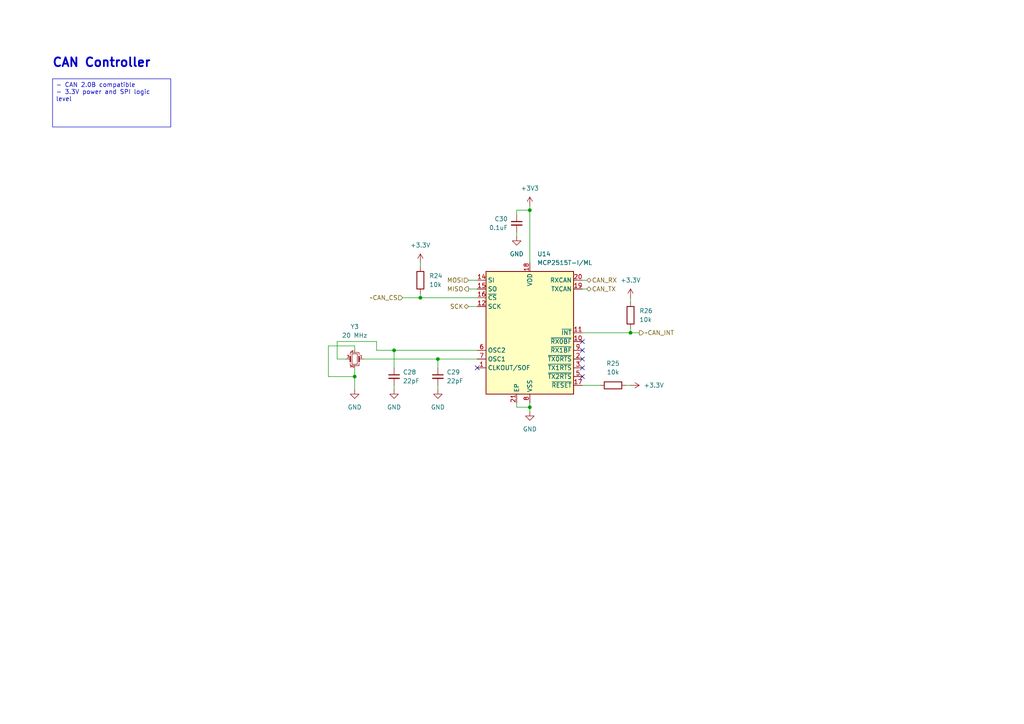
<source format=kicad_sch>
(kicad_sch (version 20250114) (generator "eeschema") (generator_version "9.0")
  (paper "A4")
  (lib_symbols
    (symbol "+3.3V_1" (power) (pin_numbers (hide yes)) (pin_names (offset 0) (hide yes))
      (property "Value" "+3.3V" (at 0 3.556 0))
      (symbol "+3.3V_1_0_1"
        (polyline (pts (xy -0.762 1.27) (xy 0 2.54)))
        (polyline (pts (xy 0 2.54) (xy 0.762 1.27)))
        (polyline (pts (xy 0 0) (xy 0 2.54)))
      )
      (symbol "+3.3V_1_1_1"
        (pin power_in line (at 0 0 90) (length 0) (name "~") (number "1"))
      )
    )
    (symbol "+3.3V_2" (power) (pin_numbers (hide yes)) (pin_names (offset 0) (hide yes))
      (property "Value" "+3.3V" (at 0 3.556 0))
      (symbol "+3.3V_2_0_1"
        (polyline (pts (xy -0.762 1.27) (xy 0 2.54)))
        (polyline (pts (xy 0 2.54) (xy 0.762 1.27)))
        (polyline (pts (xy 0 0) (xy 0 2.54)))
      )
      (symbol "+3.3V_2_1_1"
        (pin power_in line (at 0 0 90) (length 0) (name "~") (number "1"))
      )
    )
    (symbol "Device:C_Small" (pin_numbers (hide yes)) (pin_names (offset 0.254) (hide yes))
      (property "Reference" "C" (at 0.254 1.778 0))
      (property "Value" "C_Small" (at 0.254 -2.032 0))
      (symbol "C_Small_0_1"
        (polyline (pts (xy -1.524 0.508) (xy 1.524 0.508)) (stroke (width 0.3048)))
        (polyline (pts (xy -1.524 -0.508) (xy 1.524 -0.508)) (stroke (width 0.3302)))
      )
      (symbol "C_Small_1_1"
        (pin passive line (at 0 2.54 270) (length 2.032) (name "~") (number "1"))
        (pin passive line (at 0 -2.54 90) (length 2.032) (name "~") (number "2"))
      )
    )
    (symbol "Device:Crystal_GND24_Small" (pin_names (offset 1.016) (hide yes))
      (property "Reference" "Y" (at 1.27 4.445 0))
      (property "Value" "Crystal_GND24_Small" (at 1.27 2.54 0))
      (symbol "Crystal_GND24_Small_0_1"
        (polyline (pts (xy -1.27 1.27) (xy -1.27 1.905) (xy 1.27 1.905) (xy 1.27 1.27)))
        (polyline (pts (xy -1.27 -0.762) (xy -1.27 0.762)) (stroke (width 0.381)))
        (polyline (pts (xy -1.27 -1.27) (xy -1.27 -1.905) (xy 1.27 -1.905) (xy 1.27 -1.27)))
        (rectangle (start -0.762 -1.524) (end 0.762 1.524))
        (polyline (pts (xy 1.27 -0.762) (xy 1.27 0.762)) (stroke (width 0.381)))
      )
      (symbol "Crystal_GND24_Small_1_1"
        (pin passive line (at -2.54 0 0) (length 1.27) (name "1") (number "1"))
        (pin passive line (at 0 2.54 270) (length 0.635) (name "4") (number "4"))
        (pin passive line (at 0 -2.54 90) (length 0.635) (name "2") (number "2"))
        (pin passive line (at 2.54 0 180) (length 1.27) (name "3") (number "3"))
      )
    )
    (symbol "Device:R" (pin_numbers (hide yes)) (pin_names (offset 0))
      (property "Reference" "R" (at 2.032 0 90))
      (property "Value" "R" (at 0 0 90))
      (symbol "R_0_1"
        (rectangle (start -1.016 -2.54) (end 1.016 2.54) (stroke (width 0.254)))
      )
      (symbol "R_1_1"
        (pin passive line (at 0 3.81 270) (length 1.27) (name "~") (number "1"))
        (pin passive line (at 0 -3.81 90) (length 1.27) (name "~") (number "2"))
      )
    )
    (symbol "GND_1" (power) (pin_numbers (hide yes)) (pin_names (offset 0) (hide yes))
      (property "Value" "GND" (at 0 -3.81 0))
      (symbol "GND_1_0_1"
        (polyline (pts (xy 0 0) (xy 0 -1.27) (xy 1.27 -1.27) (xy 0 -2.54) (xy -1.27 -1.27) (xy 0 -1.27)))
      )
      (symbol "GND_1_1_1"
        (pin power_in line (at 0 0 270) (length 0) (name "~") (number "1"))
      )
    )
    (symbol "GND_2" (power) (pin_numbers (hide yes)) (pin_names (offset 0) (hide yes))
      (property "Value" "GND" (at 0 -3.81 0))
      (symbol "GND_2_0_1"
        (polyline (pts (xy 0 0) (xy 0 -1.27) (xy 1.27 -1.27) (xy 0 -2.54) (xy -1.27 -1.27) (xy 0 -1.27)))
      )
      (symbol "GND_2_1_1"
        (pin power_in line (at 0 0 270) (length 0) (name "~") (number "1"))
      )
    )
    (symbol "can_datalogger_board:MCP2515T-I/ML"
      (property "Reference" "U" (at -10.16 19.685 0))
      (property "Value" "MCP2515T-I/ML" (at 19.05 20.32 0))
      (symbol "MCP2515T-I/ML_0_1"
        (rectangle (start -12.7 17.78) (end 12.7 -17.78) (stroke (width 0.254)) (fill (type background)))
      )
      (symbol "MCP2515T-I/ML_1_0"
        (pin power_out line (at -3.81 -20.32 90) (length 2.54) (name "EP") (number "21"))
      )
      (symbol "MCP2515T-I/ML_1_1"
        (pin input line (at -15.24 15.24 0) (length 2.54) (name "SI") (number "14"))
        (pin output line (at -15.24 12.7 0) (length 2.54) (name "SO") (number "15"))
        (pin input line (at -15.24 10.16 0) (length 2.54) (name "~{CS}") (number "16"))
        (pin input line (at -15.24 7.62 0) (length 2.54) (name "SCK") (number "12"))
        (pin output line (at -15.24 -5.08 0) (length 2.54) (name "OSC2") (number "6"))
        (pin input line (at -15.24 -7.62 0) (length 2.54) (name "OSC1") (number "7"))
        (pin output line (at -15.24 -10.16 0) (length 2.54) (name "CLKOUT/SOF") (number "1"))
        (pin power_in line (at 0 20.32 270) (length 2.54) (name "VDD") (number "18"))
        (pin power_in line (at 0 -20.32 90) (length 2.54) (name "VSS") (number "8"))
        (pin input line (at 15.24 15.24 180) (length 2.54) (name "RXCAN") (number "20"))
        (pin output line (at 15.24 12.7 180) (length 2.54) (name "TXCAN") (number "19"))
        (pin output line (at 15.24 0 180) (length 2.54) (name "~{INT}") (number "11"))
        (pin output line (at 15.24 -2.54 180) (length 2.54) (name "~{RX0BF}") (number "10"))
        (pin output line (at 15.24 -5.08 180) (length 2.54) (name "~{RX1BF}") (number "9"))
        (pin input line (at 15.24 -7.62 180) (length 2.54) (name "~{TX0RTS}") (number "2"))
        (pin input line (at 15.24 -10.16 180) (length 2.54) (name "~{TX1RTS}") (number "3"))
        (pin input line (at 15.24 -12.7 180) (length 2.54) (name "~{TX2RTS}") (number "5"))
        (pin input line (at 15.24 -15.24 180) (length 2.54) (name "~{RESET}") (number "17"))
      )
    )
    (symbol "power:+3.3V" (power) (pin_names (offset 0))
      (property "Value" "+3.3V" (at 0 3.556 0))
      (symbol "+3.3V_0_1"
        (polyline (pts (xy -0.762 1.27) (xy 0 2.54)))
        (polyline (pts (xy 0 2.54) (xy 0.762 1.27)))
        (polyline (pts (xy 0 0) (xy 0 2.54)))
      )
      (symbol "+3.3V_1_1"
        (pin power_in line (at 0 0 90) (length 0) (hide yes) (name "+3V3") (number "1"))
      )
    )
    (symbol "power:GND" (power) (pin_names (offset 0))
      (property "Value" "GND" (at 0 -3.81 0))
      (symbol "GND_0_1"
        (polyline (pts (xy 0 0) (xy 0 -1.27) (xy 1.27 -1.27) (xy 0 -2.54) (xy -1.27 -1.27) (xy 0 -1.27)))
      )
      (symbol "GND_1_1"
        (pin power_in line (at 0 0 270) (length 0) (hide yes) (name "GND") (number "1"))
      )
    )
  )
  (text "CAN Controller" (at 29.464 18.288 0) (effects (font (size 2.54 2.54) (thickness 0.508) (bold yes))))
  (text_box "- CAN 2.0B compatible\n- 3.3V power and SPI logic level" (at 15.24 22.86 0) (size 34.29 13.97) (margins 0.9525 0.9525 0.9525 0.9525) (effects (font (size 1.27 1.27)) (justify left top)))
  (junction (at 182.88 96.52))
  (junction (at 153.67 60.96))
  (junction (at 114.3 101.6))
  (junction (at 153.67 118.11))
  (junction (at 121.92 86.36))
  (junction (at 102.87 109.22))
  (junction (at 127 104.14))
  (no_connect (at 168.91 99.06))
  (no_connect (at 138.43 106.68))
  (no_connect (at 168.91 109.22))
  (no_connect (at 168.91 104.14))
  (no_connect (at 168.91 101.6))
  (no_connect (at 168.91 106.68))
  (wire (pts (xy 135.89 81.28) (xy 138.43 81.28)))
  (wire (pts (xy 109.22 101.6) (xy 114.3 101.6)))
  (wire (pts (xy 102.87 109.22) (xy 102.87 113.03)))
  (wire (pts (xy 181.61 111.76) (xy 182.88 111.76)))
  (wire (pts (xy 153.67 59.69) (xy 153.67 60.96)))
  (wire (pts (xy 95.25 109.22) (xy 102.87 109.22)))
  (wire (pts (xy 153.67 116.84) (xy 153.67 118.11)))
  (wire (pts (xy 127 104.14) (xy 127 106.68)))
  (wire (pts (xy 105.41 104.14) (xy 127 104.14)))
  (wire (pts (xy 135.89 88.9) (xy 138.43 88.9)))
  (wire (pts (xy 168.91 111.76) (xy 173.99 111.76)))
  (wire (pts (xy 168.91 96.52) (xy 182.88 96.52)))
  (wire (pts (xy 182.88 96.52) (xy 185.42 96.52)))
  (wire (pts (xy 95.25 100.33) (xy 95.25 109.22)))
  (wire (pts (xy 168.91 83.82) (xy 170.18 83.82)))
  (wire (pts (xy 114.3 111.76) (xy 114.3 113.03)))
  (wire (pts (xy 149.86 62.23) (xy 149.86 60.96)))
  (wire (pts (xy 114.3 101.6) (xy 114.3 106.68)))
  (wire (pts (xy 149.86 60.96) (xy 153.67 60.96)))
  (wire (pts (xy 153.67 60.96) (xy 153.67 76.2)))
  (wire (pts (xy 116.84 86.36) (xy 121.92 86.36)))
  (wire (pts (xy 127 104.14) (xy 138.43 104.14)))
  (wire (pts (xy 97.79 104.14) (xy 97.79 99.06)))
  (wire (pts (xy 121.92 76.2) (xy 121.92 77.47)))
  (wire (pts (xy 182.88 95.25) (xy 182.88 96.52)))
  (wire (pts (xy 114.3 101.6) (xy 138.43 101.6)))
  (wire (pts (xy 97.79 99.06) (xy 109.22 99.06)))
  (wire (pts (xy 127 111.76) (xy 127 113.03)))
  (wire (pts (xy 121.92 85.09) (xy 121.92 86.36)))
  (wire (pts (xy 100.33 104.14) (xy 97.79 104.14)))
  (wire (pts (xy 149.86 116.84) (xy 149.86 118.11)))
  (wire (pts (xy 109.22 99.06) (xy 109.22 101.6)))
  (wire (pts (xy 135.89 83.82) (xy 138.43 83.82)))
  (wire (pts (xy 182.88 86.36) (xy 182.88 87.63)))
  (wire (pts (xy 102.87 101.6) (xy 102.87 100.33)))
  (wire (pts (xy 153.67 118.11) (xy 153.67 119.38)))
  (wire (pts (xy 102.87 100.33) (xy 95.25 100.33)))
  (wire (pts (xy 102.87 106.68) (xy 102.87 109.22)))
  (wire (pts (xy 121.92 86.36) (xy 138.43 86.36)))
  (wire (pts (xy 168.91 81.28) (xy 170.18 81.28)))
  (wire (pts (xy 149.86 118.11) (xy 153.67 118.11)))
  (wire (pts (xy 149.86 67.31) (xy 149.86 68.58)))
  (hierarchical_label "MISO" (shape output) (at 135.89 83.82 180))
  (hierarchical_label "MOSI" (shape input) (at 135.89 81.28 180))
  (hierarchical_label "~CAN_CS" (shape input) (at 116.84 86.36 180))
  (hierarchical_label "CAN_TX" (shape bidirectional) (at 170.18 83.82 0))
  (hierarchical_label "SCK" (shape bidirectional) (at 135.89 88.9 180))
  (hierarchical_label "~CAN_INT" (shape output) (at 185.42 96.52 0))
  (hierarchical_label "CAN_RX" (shape bidirectional) (at 170.18 81.28 0))
  (symbol (lib_id "Device:Crystal_GND24_Small") (at 102.87 104.14 0) (mirror y) (unit 1)
    (property "Reference" "Y3" (at 102.87 94.742 0))
    (property "Value" "20 MHz" (at 102.87 97.282 0))
    (property "Footprint" "Crystal:Crystal_SMD_2520-4Pin_2.5x2.0mm" (effects (hide yes)))
    (property "Description" "Four pin crystal, GND on pins 2 and 4, small symbol" (effects (hide yes)))
  )
  (symbol (lib_id "Device:C_Small") (at 149.86 64.77 0) (mirror y) (unit 1)
    (property "Reference" "C30" (at 147.32 63.5062 0) (effects (justify left)))
    (property "Value" "0.1uF" (at 147.32 66.0462 0) (effects (justify left)))
    (property "Footprint" "Capacitor_SMD:C_0603_1608Metric" (effects (hide yes)))
    (property "Description" "Unpolarized capacitor, small symbol" (effects (hide yes)))
  )
  (symbol (lib_id "Device:R") (at 177.8 111.76 90) (unit 1)
    (property "Reference" "R25" (at 177.8 105.41 90))
    (property "Value" "10k" (at 177.8 107.95 90))
    (property "Footprint" "Resistor_SMD:R_0603_1608Metric" (effects (hide yes)))
    (property "Description" "Resistor" (effects (hide yes)))
  )
  (symbol (lib_id "Device:R") (at 182.88 91.44 0) (unit 1)
    (property "Reference" "R26" (at 185.42 90.1699 0) (effects (justify left)))
    (property "Value" "10k" (at 185.42 92.7099 0) (effects (justify left)))
    (property "Footprint" "Resistor_SMD:R_0603_1608Metric" (effects (hide yes)))
    (property "Description" "Resistor" (effects (hide yes)))
  )
  (symbol (lib_id "Device:R") (at 121.92 81.28 0) (unit 1)
    (property "Reference" "R24" (at 124.46 80.0099 0) (effects (justify left)))
    (property "Value" "10k" (at 124.46 82.5499 0) (effects (justify left)))
    (property "Footprint" "Resistor_SMD:R_0603_1608Metric" (effects (hide yes)))
    (property "Description" "Resistor" (effects (hide yes)))
  )
  (symbol (lib_name "+3.3V_2") (lib_id "power:+3.3V") (at 121.92 76.2 0) (unit 1)
    (property "Reference" "#PWR092" (effects (hide yes)))
    (property "Value" "+3.3V" (at 121.92 71.12 0))
    (property "Description" "Power symbol creates a global label with name \"+3.3V\"" (effects (hide yes)))
  )
  (symbol (lib_id "can_datalogger_board:MCP2515T-I/ML") (at 153.67 96.52 0) (unit 1)
    (property "Reference" "U14" (at 155.8133 73.66 0) (effects (justify left)))
    (property "Value" "MCP2515T-I/ML" (at 155.8133 76.2 0) (effects (justify left)))
    (property "Footprint" "Package_SO:SOIC-18W_7.5x11.6mm_P1.27mm" (effects (hide yes)))
    (property "Datasheet" "http://ww1.microchip.com/downloads/en/DeviceDoc/21801e.pdf" (effects (hide yes)))
    (property "Description" "Stand-Alone CAN Controller with SPI Interface, SOIC-18" (effects (hide yes)))
  )
  (symbol (lib_name "GND_2") (lib_id "power:GND") (at 102.87 113.03 0) (mirror y) (unit 1)
    (property "Reference" "#PWR090" (effects (hide yes)))
    (property "Value" "GND" (at 102.87 118.11 0))
    (property "Description" "Power symbol creates a global label with name \"GND\" , ground" (effects (hide yes)))
  )
  (symbol (lib_name "GND_2") (lib_id "power:GND") (at 127 113.03 0) (mirror y) (unit 1)
    (property "Reference" "#PWR093" (effects (hide yes)))
    (property "Value" "GND" (at 127 118.11 0))
    (property "Description" "Power symbol creates a global label with name \"GND\" , ground" (effects (hide yes)))
  )
  (symbol (lib_id "Device:C_Small") (at 114.3 109.22 0) (unit 1)
    (property "Reference" "C28" (at 116.84 107.9562 0) (effects (justify left)))
    (property "Value" "22pF" (at 116.84 110.4962 0) (effects (justify left)))
    (property "Footprint" "Capacitor_SMD:C_0603_1608Metric" (effects (hide yes)))
    (property "Description" "Unpolarized capacitor, small symbol" (effects (hide yes)))
  )
  (symbol (lib_id "power:GND") (at 153.67 119.38 0) (unit 1)
    (property "Reference" "#PWR096" (effects (hide yes)))
    (property "Value" "GND" (at 153.67 124.46 0))
  )
  (symbol (lib_id "power:+3.3V") (at 153.67 59.69 0) (unit 1)
    (property "Reference" "#PWR095" (effects (hide yes)))
    (property "Value" "+3V3" (at 153.67 54.61 0))
  )
  (symbol (lib_name "GND_2") (lib_id "power:GND") (at 114.3 113.03 0) (mirror y) (unit 1)
    (property "Reference" "#PWR091" (effects (hide yes)))
    (property "Value" "GND" (at 114.3 118.11 0))
    (property "Description" "Power symbol creates a global label with name \"GND\" , ground" (effects (hide yes)))
  )
  (symbol (lib_name "+3.3V_1") (lib_id "power:+3.3V") (at 182.88 111.76 270) (unit 1)
    (property "Reference" "#PWR098" (effects (hide yes)))
    (property "Value" "+3.3V" (at 186.69 111.7599 90) (effects (justify left)))
    (property "Description" "Power symbol creates a global label with name \"+3.3V\"" (effects (hide yes)))
  )
  (symbol (lib_name "+3.3V_2") (lib_id "power:+3.3V") (at 182.88 86.36 0) (unit 1)
    (property "Reference" "#PWR097" (effects (hide yes)))
    (property "Value" "+3.3V" (at 182.88 81.28 0))
    (property "Description" "Power symbol creates a global label with name \"+3.3V\"" (effects (hide yes)))
  )
  (symbol (lib_name "GND_1") (lib_id "power:GND") (at 149.86 68.58 0) (mirror y) (unit 1)
    (property "Reference" "#PWR094" (effects (hide yes)))
    (property "Value" "GND" (at 149.86 73.66 0))
    (property "Description" "Power symbol creates a global label with name \"GND\" , ground" (effects (hide yes)))
  )
  (symbol (lib_id "Device:C_Small") (at 127 109.22 0) (unit 1)
    (property "Reference" "C29" (at 129.54 107.9562 0) (effects (justify left)))
    (property "Value" "22pF" (at 129.54 110.4962 0) (effects (justify left)))
    (property "Footprint" "Capacitor_SMD:C_0603_1608Metric" (effects (hide yes)))
    (property "Description" "Unpolarized capacitor, small symbol" (effects (hide yes)))
  )
)
</source>
